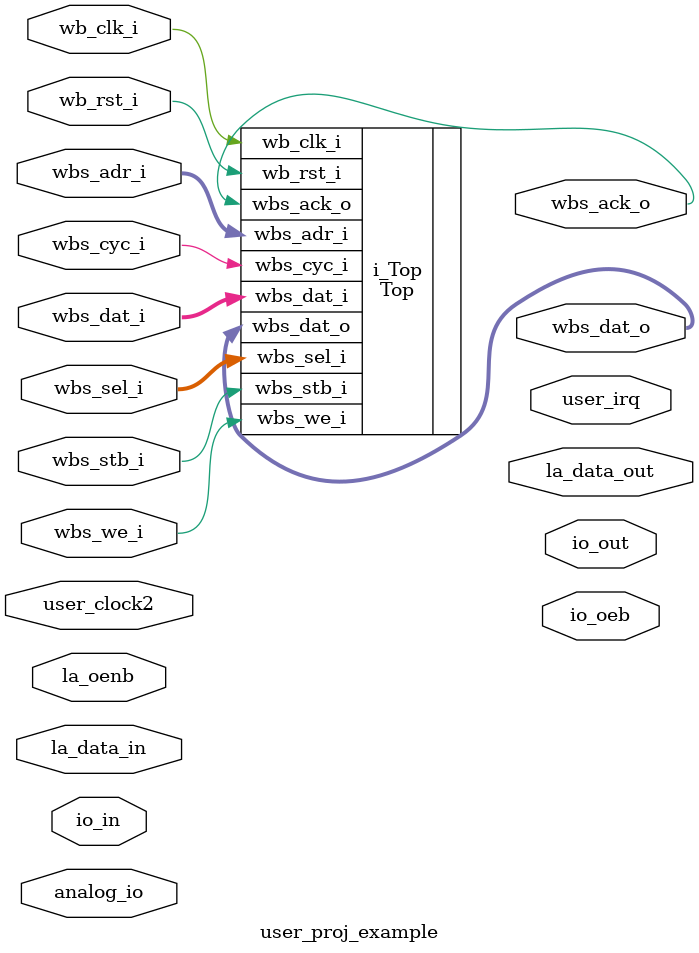
<source format=v>
`default_nettype none
`define MPRJ_IO_PADS 38

module user_proj_example #(
    parameter BITS = 32
) (
`ifdef USE_POWER_PINS
    inout vccd1,    // User area 1 1.8V supply
    inout vssd1,    // User area 1 digital ground
`endif

    // Wishbone Slave ports (WB MI A)
    input wire wb_clk_i,
    input wire wb_rst_i,
    input wire wbs_stb_i,
    input wire wbs_cyc_i,
    input wire wbs_we_i,
    input wire [3:0] wbs_sel_i,
    input wire [31:0] wbs_dat_i,
    input wire [31:0] wbs_adr_i,
    output wire wbs_ack_o,
    output wire [31:0] wbs_dat_o,

    // Logic Analyzer Signals
    input  wire [127:0] la_data_in,
    output wire [127:0] la_data_out,
    input  wire [127:0] la_oenb,

    // IOs
    input  wire [`MPRJ_IO_PADS-1:0] io_in,
    output wire [`MPRJ_IO_PADS-1:0] io_out,
    output wire [`MPRJ_IO_PADS-1:0] io_oeb,

    // Analog (direct connection to GPIO pad---use with caution)
    // Note that analog I/O is not available on the 7 lowest-numbered
    // GPIO pads, and so the analog_io indexing is offset from the
    // GPIO indexing by 7 (also upper 2 GPIOs do not have analog_io).
    inout wire [`MPRJ_IO_PADS-10:0] analog_io,

    // Independent clock (on independent integer divider)
    input wire user_clock2,

    // User maskable interrupt signals
    output wire [2:0] user_irq
);

  Top i_Top (
    .wb_clk_i (wb_clk_i ),
    .wb_rst_i (wb_rst_i ),
    .wbs_stb_i(wbs_stb_i),
    .wbs_cyc_i(wbs_cyc_i),
    .wbs_we_i (wbs_we_i ),
    .wbs_sel_i(wbs_sel_i),
    .wbs_dat_i(wbs_dat_i),
    .wbs_adr_i(wbs_adr_i),
    .wbs_ack_o(wbs_ack_o),
    .wbs_dat_o(wbs_dat_o)
  );

endmodule

`default_nettype wire

</source>
